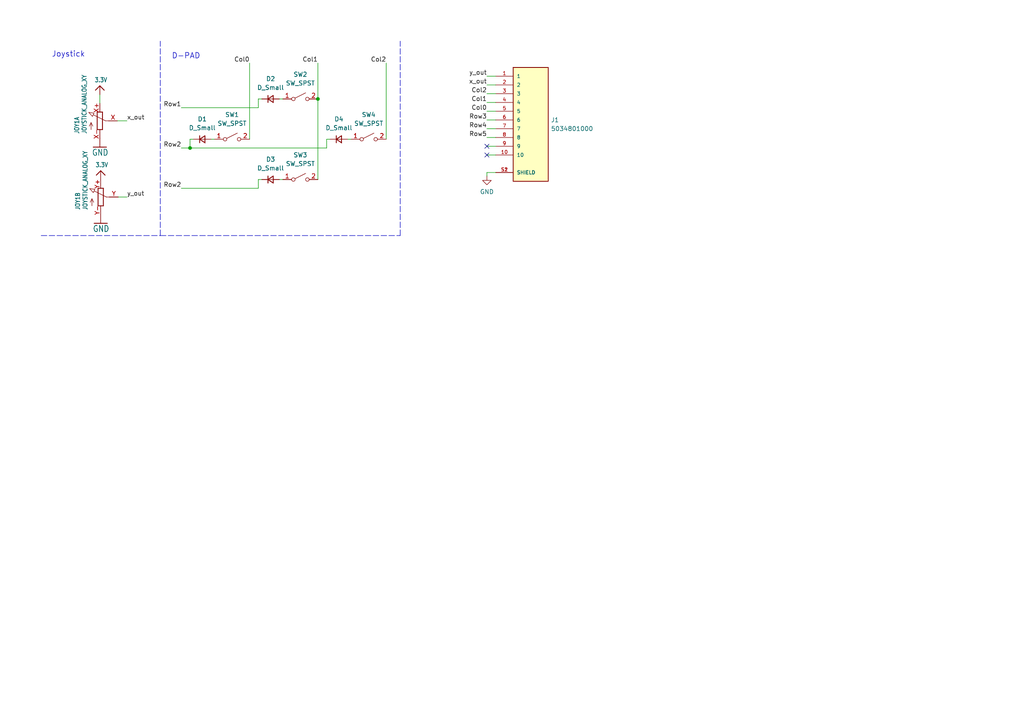
<source format=kicad_sch>
(kicad_sch (version 20211123) (generator eeschema)
  (paper "A4")
  (title_block (title "Joystick & D-PAD Module"))
  (lib_symbols
    (symbol "5034801000:5034801000" (pin_names (offset 1.016))
      (property "Reference" "J" (at -5.08 18.542 0))
      (property "Value" "5034801000" (at -5.08 -17.78 0))
      (symbol "5034801000_0_0"
        (rectangle (start -5.08 -15.24) (end 5.08 17.78) (stroke (width 0.254)) (fill (type background)))
        (pin passive line (at -10.16 15.24 0) (length 5.08) (name "1") (number "1"))
        (pin passive line (at -10.16 -7.62 0) (length 5.08) (name "10") (number "10"))
        (pin passive line (at -10.16 12.7 0) (length 5.08) (name "2") (number "2"))
        (pin passive line (at -10.16 10.16 0) (length 5.08) (name "3") (number "3"))
        (pin passive line (at -10.16 7.62 0) (length 5.08) (name "4") (number "4"))
        (pin passive line (at -10.16 5.08 0) (length 5.08) (name "5") (number "5"))
        (pin passive line (at -10.16 2.54 0) (length 5.08) (name "6") (number "6"))
        (pin passive line (at -10.16 0 0) (length 5.08) (name "7") (number "7"))
        (pin passive line (at -10.16 -2.54 0) (length 5.08) (name "8") (number "8"))
        (pin passive line (at -10.16 -5.08 0) (length 5.08) (name "9") (number "9"))
        (pin passive line (at -10.16 -12.7 0) (length 5.08) (name "SHIELD") (number "S1"))
        (pin passive line (at -10.16 -12.7 0) (length 5.08) (name "SHIELD") (number "S2"))
      )
    )
    (symbol "Adafruit Mini Analog Thumbstick-eagle-import:3.3V" (power)
      (property "Value" "3.3V" (at -1.524 1.016 0))
      (symbol "3.3V_1_0"
        (polyline (pts (xy -1.27 -1.27) (xy 0 0)) (stroke (width 0.254)))
        (polyline (pts (xy 0 0) (xy 1.27 -1.27)) (stroke (width 0.254)))
        (pin power_in line (at 0 -2.54 90) (length 2.54) (name "3.3V") (number "1"))
      )
    )
    (symbol "Adafruit Mini Analog Thumbstick-eagle-import:GND" (power)
      (property "Value" "GND" (at -2.54 -2.54 0))
      (symbol "GND_1_0"
        (polyline (pts (xy -1.905 0) (xy 1.905 0)) (stroke (width 0.254)))
        (pin power_in line (at 0 2.54 270) (length 2.54) (name "GND") (number "1"))
      )
    )
    (symbol "Adafruit Mini Analog Thumbstick-eagle-import:JOYSTICK_ANALOG_XY"
      (property "Reference" "JOY" (at -5.969 -3.81 90))
      (property "Value" "JOYSTICK_ANALOG_XY" (at -3.81 -3.81 90))
      (symbol "JOYSTICK_ANALOG_XY_1_0"
        (polyline (pts (xy -3.1989 2.4495) (xy -1.7018 2.2352)) (stroke (width 0.1524)))
        (polyline (pts (xy -2.54 -2.54) (xy -2.54 -0.508)) (stroke (width 0.1524)))
        (polyline (pts (xy -2.54 -0.508) (xy -3.048 -1.524)) (stroke (width 0.1524)))
        (polyline (pts (xy -2.54 -0.508) (xy -2.032 -1.524)) (stroke (width 0.1524)))
        (polyline (pts (xy -2.1597 1.2939) (xy -3.1989 2.4495)) (stroke (width 0.1524)))
        (polyline (pts (xy -2.1597 1.2939) (xy -1.7018 2.2352)) (stroke (width 0.1524)))
        (polyline (pts (xy -0.762 -2.54) (xy 0.762 -2.54)) (stroke (width 0.254)))
        (polyline (pts (xy -0.762 2.54) (xy -0.762 -2.54)) (stroke (width 0.254)))
        (polyline (pts (xy 0.762 -2.54) (xy 0.762 2.54)) (stroke (width 0.254)))
        (polyline (pts (xy 0.762 2.54) (xy -0.762 2.54)) (stroke (width 0.254)))
        (polyline (pts (xy 1.651 0) (xy -1.8796 1.7526)) (stroke (width 0.1524)))
        (polyline (pts (xy 2.54 0) (xy 1.651 0)) (stroke (width 0.1524)))
        (pin passive line (at 5.08 0 180) (length 2.54) (name "S") (number "X"))
        (pin passive line (at 0 5.08 270) (length 2.54) (name "E") (number "X+"))
        (pin passive line (at 0 -5.08 90) (length 2.54) (name "A") (number "X-"))
      )
      (symbol "JOYSTICK_ANALOG_XY_2_0"
        (polyline (pts (xy -3.1989 2.4495) (xy -1.7018 2.2352)) (stroke (width 0.1524)))
        (polyline (pts (xy -2.54 -2.54) (xy -2.54 -0.508)) (stroke (width 0.1524)))
        (polyline (pts (xy -2.54 -0.508) (xy -3.048 -1.524)) (stroke (width 0.1524)))
        (polyline (pts (xy -2.54 -0.508) (xy -2.032 -1.524)) (stroke (width 0.1524)))
        (polyline (pts (xy -2.1597 1.2939) (xy -3.1989 2.4495)) (stroke (width 0.1524)))
        (polyline (pts (xy -2.1597 1.2939) (xy -1.7018 2.2352)) (stroke (width 0.1524)))
        (polyline (pts (xy -0.762 -2.54) (xy 0.762 -2.54)) (stroke (width 0.254)))
        (polyline (pts (xy -0.762 2.54) (xy -0.762 -2.54)) (stroke (width 0.254)))
        (polyline (pts (xy 0.762 -2.54) (xy 0.762 2.54)) (stroke (width 0.254)))
        (polyline (pts (xy 0.762 2.54) (xy -0.762 2.54)) (stroke (width 0.254)))
        (polyline (pts (xy 1.651 0) (xy -1.8796 1.7526)) (stroke (width 0.1524)))
        (polyline (pts (xy 2.54 0) (xy 1.651 0)) (stroke (width 0.1524)))
        (pin passive line (at 5.08 0 180) (length 2.54) (name "S") (number "Y"))
        (pin passive line (at 0 5.08 270) (length 2.54) (name "E") (number "Y+"))
        (pin passive line (at 0 -5.08 90) (length 2.54) (name "A") (number "Y-"))
      )
    )
    (symbol "Device:D_Small" (pin_numbers hide) (pin_names (offset 0.254) hide)
      (property "Reference" "D" (at -1.27 2.032 0))
      (property "Value" "D_Small" (at -3.81 -2.032 0))
      (symbol "D_Small_0_1"
        (polyline (pts (xy -0.762 -1.016) (xy -0.762 1.016)) (stroke (width 0.254)))
        (polyline (pts (xy -0.762 0) (xy 0.762 0)))
        (polyline (pts (xy 0.762 -1.016) (xy -0.762 0) (xy 0.762 1.016) (xy 0.762 -1.016)) (stroke (width 0.254)))
      )
      (symbol "D_Small_1_1"
        (pin passive line (at -2.54 0 0) (length 1.778) (name "K") (number "1"))
        (pin passive line (at 2.54 0 180) (length 1.778) (name "A") (number "2"))
      )
    )
    (symbol "Switch:SW_SPST" (pin_names (offset 0) hide)
      (property "Reference" "SW" (at 0 3.175 0))
      (property "Value" "SW_SPST" (at 0 -2.54 0))
      (symbol "SW_SPST_0_0"
        (circle (center -2.032 0) (radius 0.508))
        (polyline (pts (xy -1.524 0.254) (xy 1.524 1.778)))
        (circle (center 2.032 0) (radius 0.508))
      )
      (symbol "SW_SPST_1_1"
        (pin passive line (at -5.08 0 0) (length 2.54) (name "A") (number "1"))
        (pin passive line (at 5.08 0 180) (length 2.54) (name "B") (number "2"))
      )
    )
    (symbol "power:GND" (power) (pin_names (offset 0))
      (property "Value" "GND" (at 0 -3.81 0))
      (symbol "GND_0_1"
        (polyline (pts (xy 0 0) (xy 0 -1.27) (xy 1.27 -1.27) (xy 0 -2.54) (xy -1.27 -1.27) (xy 0 -1.27)))
      )
      (symbol "GND_1_1"
        (pin power_in line (at 0 0 270) (length 0) hide (name "GND") (number "1"))
      )
    )
  )
  (junction (at 92.202 28.702))
  (junction (at 55.118 42.926))
  (no_connect (at 141.224 44.958))
  (no_connect (at 141.224 42.418))
  (polyline (pts (xy 116.078 68.326) (xy 116.078 11.938)))
  (wire (pts (xy 52.578 31.242) (xy 74.93 31.242)))
  (wire (pts (xy 52.578 42.926) (xy 55.118 42.926)))
  (wire (pts (xy 94.742 40.386) (xy 94.742 42.926)))
  (wire (pts (xy 141.224 39.878) (xy 143.764 39.878)))
  (wire (pts (xy 75.946 52.07) (xy 74.93 52.07)))
  (wire (pts (xy 141.224 37.338) (xy 143.764 37.338)))
  (wire (pts (xy 141.224 22.098) (xy 143.764 22.098)))
  (wire (pts (xy 141.224 34.798) (xy 143.764 34.798)))
  (wire (pts (xy 141.224 29.718) (xy 143.764 29.718)))
  (wire (pts (xy 81.026 52.07) (xy 82.042 52.07)))
  (wire (pts (xy 55.118 42.926) (xy 94.742 42.926)))
  (wire (pts (xy 75.946 28.702) (xy 74.93 28.702)))
  (wire (pts (xy 141.224 24.638) (xy 143.764 24.638)))
  (wire (pts (xy 74.93 28.702) (xy 74.93 31.242)))
  (wire (pts (xy 28.956 27.432) (xy 28.956 29.972)))
  (wire (pts (xy 92.202 28.702) (xy 92.202 18.288)))
  (wire (pts (xy 92.202 28.702) (xy 92.202 52.07)))
  (wire (pts (xy 141.224 44.958) (xy 143.764 44.958)))
  (wire (pts (xy 56.134 40.386) (xy 55.118 40.386)))
  (wire (pts (xy 34.29 57.15) (xy 36.83 57.15)))
  (polyline (pts (xy 11.938 68.326) (xy 46.482 68.326)))
  (wire (pts (xy 81.026 28.702) (xy 82.042 28.702)))
  (wire (pts (xy 112.014 18.288) (xy 112.014 40.386)))
  (wire (pts (xy 141.224 32.258) (xy 143.764 32.258)))
  (wire (pts (xy 141.224 50.038) (xy 143.764 50.038)))
  (wire (pts (xy 72.39 18.288) (xy 72.39 40.386)))
  (wire (pts (xy 52.578 54.61) (xy 74.93 54.61)))
  (polyline (pts (xy 46.482 68.326) (xy 116.078 68.326)))
  (wire (pts (xy 141.224 42.418) (xy 143.764 42.418)))
  (wire (pts (xy 141.224 51.054) (xy 141.224 50.038)))
  (wire (pts (xy 100.838 40.386) (xy 101.854 40.386)))
  (wire (pts (xy 95.758 40.386) (xy 94.742 40.386)))
  (wire (pts (xy 34.036 35.052) (xy 36.83 35.052)))
  (wire (pts (xy 61.214 40.386) (xy 62.23 40.386)))
  (polyline (pts (xy 46.482 68.326) (xy 46.482 11.938)))
  (wire (pts (xy 141.224 27.178) (xy 143.764 27.178)))
  (wire (pts (xy 74.93 52.07) (xy 74.93 54.61)))
  (wire (pts (xy 55.118 40.386) (xy 55.118 42.926)))
  (text "D-PAD\n" (at 49.784 17.272 0) (effects (font (size 1.6 1.6)) (justify left bottom)))
  (text "Joystick" (at 14.986 16.764 0) (effects (font (size 1.6 1.6)) (justify left bottom)))
  (label "Col1" (at 92.202 18.288 180))
  (label "x_out" (at 36.83 35.052 0) (effects (font (size 1.2446 1.2446))))
  (label "Row4" (at 141.224 37.338 180))
  (label "x_out" (at 141.224 24.638 180))
  (label "Row2" (at 52.578 54.61 180))
  (label "y_out" (at 141.224 22.098 180))
  (label "Row5" (at 141.224 39.878 180))
  (label "Row1" (at 52.578 31.242 180))
  (label "Col0" (at 141.224 32.258 180))
  (label "y_out" (at 36.83 57.15 0) (effects (font (size 1.2446 1.2446))))
  (label "Row3" (at 141.224 34.798 180))
  (label "Col2" (at 141.224 27.178 180))
  (label "Col1" (at 141.224 29.718 180))
  (label "Col0" (at 72.39 18.288 180))
  (label "Col2" (at 112.014 18.288 180))
  (label "Row2" (at 52.578 42.926 180))
  (symbol (lib_id "Adafruit Mini Analog Thumbstick-eagle-import:GND") (at 28.956 42.672 0) (mirror y) (unit 1)
    (property "Reference" "#GND0102" (effects hide))
    (property "Value" "GND" (at 31.496 45.212 0) (effects (font (size 1.778 1.5113)) (justify left bottom)))
    (property "Footprint" "Adafruit Mini Analog Thumbstick:" (effects hide))
  )
  (symbol (lib_id "Adafruit Mini Analog Thumbstick-eagle-import:GND") (at 29.21 64.77 0) (mirror y) (unit 1)
    (property "Reference" "#GND0101" (effects hide))
    (property "Value" "GND" (at 31.75 67.31 0) (effects (font (size 1.778 1.5113)) (justify left bottom)))
    (property "Footprint" "Adafruit Mini Analog Thumbstick:" (effects hide))
  )
  (symbol (lib_id "Switch:SW_SPST") (at 106.934 40.386 0) (unit 1)
    (property "Reference" "SW4" (at 106.934 33.274 0))
    (property "Value" "SW_SPST" (at 106.934 35.814 0))
    (property "Footprint" "KSA_Switch:KSA1M331LFT" (effects hide))
  )
  (symbol (lib_id "Device:D_Small") (at 58.674 40.386 0) (unit 1)
    (property "Reference" "D1" (at 58.674 34.544 0))
    (property "Value" "D_Small" (at 58.674 37.084 0))
    (property "Footprint" "Diode_SMD:D_SOD-123" (effects hide))
  )
  (symbol (lib_id "Switch:SW_SPST") (at 87.122 52.07 0) (unit 1)
    (property "Reference" "SW3" (at 87.122 44.958 0))
    (property "Value" "SW_SPST" (at 87.122 47.498 0))
    (property "Footprint" "KSA_Switch:KSA1M331LFT" (effects hide))
  )
  (symbol (lib_id "Device:D_Small") (at 78.486 52.07 0) (unit 1)
    (property "Reference" "D3" (at 78.486 46.228 0))
    (property "Value" "D_Small" (at 78.486 48.768 0))
    (property "Footprint" "Diode_SMD:D_SOD-123" (effects hide))
  )
  (symbol (lib_id "Adafruit Mini Analog Thumbstick-eagle-import:JOYSTICK_ANALOG_XY") (at 28.956 35.052 0) (unit 1)
    (property "Reference" "JOY1" (at 22.987 38.862 90) (effects (font (size 1.27 1.0795)) (justify left bottom)))
    (property "Value" "JOYSTICK_ANALOG_XY" (at 25.146 38.862 90) (effects (font (size 1.27 1.0795)) (justify left bottom)))
    (property "Footprint" "Adafruit_Thumbstick:JOYSTICK_ANALOG_MINITHM" (effects hide))
  )
  (symbol (lib_id "Adafruit Mini Analog Thumbstick-eagle-import:3.3V") (at 29.21 49.53 0) (unit 1)
    (property "Reference" "#U$0101" (effects hide))
    (property "Value" "3.3V" (at 27.686 48.514 0) (effects (font (size 1.27 1.0795)) (justify left bottom)))
    (property "Footprint" "Adafruit Mini Analog Thumbstick:" (effects hide))
  )
  (symbol (lib_id "Switch:SW_SPST") (at 87.122 28.702 0) (unit 1)
    (property "Reference" "SW2" (at 87.122 21.59 0))
    (property "Value" "SW_SPST" (at 87.122 24.13 0))
    (property "Footprint" "KSA_Switch:KSA1M331LFT" (effects hide))
  )
  (symbol (lib_id "Adafruit Mini Analog Thumbstick-eagle-import:JOYSTICK_ANALOG_XY") (at 29.21 57.15 0) (unit 2)
    (property "Reference" "JOY1" (at 23.241 60.96 90) (effects (font (size 1.27 1.0795)) (justify left bottom)))
    (property "Value" "JOYSTICK_ANALOG_XY" (at 25.4 60.96 90) (effects (font (size 1.27 1.0795)) (justify left bottom)))
    (property "Footprint" "Adafruit_Thumbstick:JOYSTICK_ANALOG_MINITHM" (effects hide))
  )
  (symbol (lib_id "Switch:SW_SPST") (at 67.31 40.386 0) (unit 1)
    (property "Reference" "SW1" (at 67.31 33.274 0))
    (property "Value" "SW_SPST" (at 67.31 35.814 0))
    (property "Footprint" "KSA_Switch:KSA1M331LFT" (effects hide))
  )
  (symbol (lib_id "Device:D_Small") (at 78.486 28.702 0) (unit 1)
    (property "Reference" "D2" (at 78.486 22.86 0))
    (property "Value" "D_Small" (at 78.486 25.4 0))
    (property "Footprint" "Diode_SMD:D_SOD-123" (effects hide))
  )
  (symbol (lib_id "Adafruit Mini Analog Thumbstick-eagle-import:3.3V") (at 28.956 24.892 0) (unit 1)
    (property "Reference" "#U$0102" (effects hide))
    (property "Value" "3.3V" (at 27.432 23.876 0) (effects (font (size 1.27 1.0795)) (justify left bottom)))
    (property "Footprint" "Adafruit Mini Analog Thumbstick:" (effects hide))
  )
  (symbol (lib_id "Device:D_Small") (at 98.298 40.386 0) (unit 1)
    (property "Reference" "D4" (at 98.298 34.544 0))
    (property "Value" "D_Small" (at 98.298 37.084 0))
    (property "Footprint" "Diode_SMD:D_SOD-123" (effects hide))
  )
  (symbol (lib_id "5034801000:5034801000") (at 153.924 37.338 0) (unit 1)
    (property "Reference" "J1" (at 159.766 34.7979 0) (effects (justify left)))
    (property "Value" "5034801000" (at 159.766 37.3379 0) (effects (justify left)))
    (property "Footprint" "5034801000:MOLEX_5034801000" (effects hide))
    (property "MANUFACTURER" "MOLEX" (effects hide))
    (property "STANDARD" "Manufacturer Recommendation" (effects hide))
    (property "PARTREV" "H" (effects hide))
  )
  (symbol (lib_id "power:GND") (at 141.224 51.054 0) (unit 1)
    (property "Reference" "#PWR0101" (effects hide))
    (property "Value" "GND" (at 141.224 55.626 0))
  )
)
</source>
